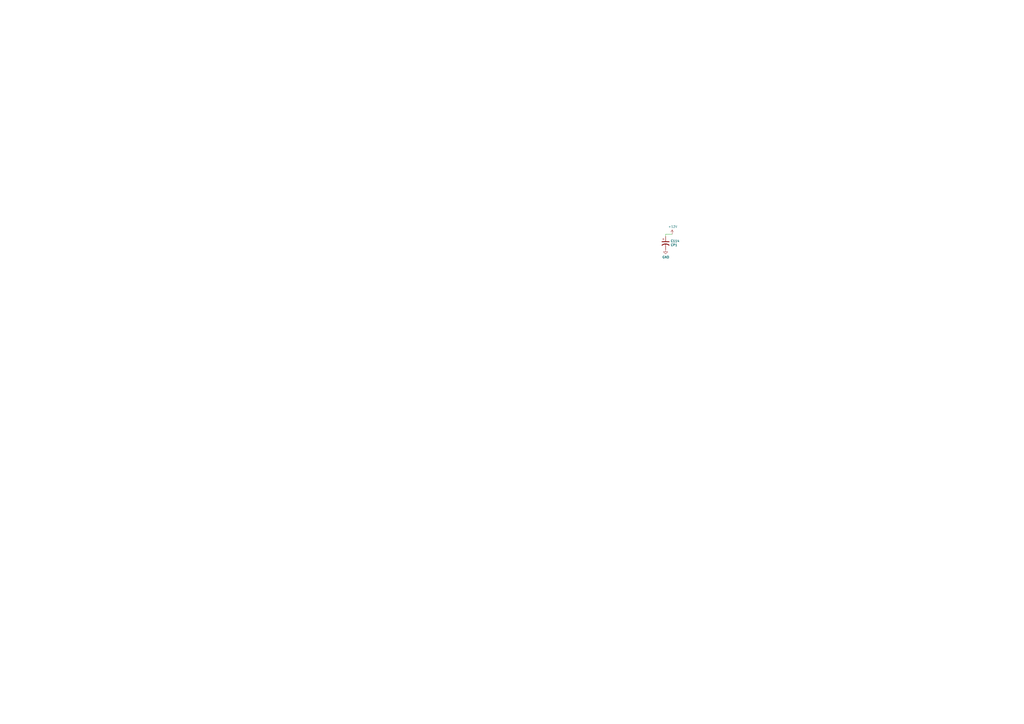
<source format=kicad_sch>
(kicad_sch (version 20200828) (generator eeschema)
  (page 1 2)
  (paper "A2")
  (lib_symbols
    (symbol "Device:CP1" (pin_numbers hide) (pin_names (offset 0.254) hide)
      (property "Reference" "C" (at 0.635 2.54 0))
      (property "Value" "CP1" (at 0.635 -2.54 0))
      (symbol "CP1_0_1"
        (arc (start -2.032 -1.27) (end 2.032 -1.27) (radius (at 0 -3.81) (length 3.2512) (angles 128.7 51.3)) (stroke (width 0.508)))
        (polyline (pts (xy -2.032 0.762) (xy 2.032 0.762)) (stroke (width 0.508)))
        (polyline (pts (xy -1.778 2.286) (xy -0.762 2.286)))
        (polyline (pts (xy -1.27 1.778) (xy -1.27 2.794)))
      )
      (symbol "CP1_1_1"
        (pin passive line (at 0 3.81 270) (length 2.794) (name "~") (number "1"))
        (pin passive line (at 0 -3.81 90) (length 3.302) (name "~") (number "2"))
      )
    )
    (symbol "power:+12V" (power) (pin_names (offset 0))
      (property "Value" "+12V" (at 0 3.556 0))
      (symbol "+12V_0_1"
        (polyline (pts (xy -0.762 1.27) (xy 0 2.54)))
        (polyline (pts (xy 0 0) (xy 0 2.54)))
        (polyline (pts (xy 0 2.54) (xy 0.762 1.27)))
      )
      (symbol "+12V_1_1"
        (pin power_in line (at 0 0 90) (length 0) hide (name "+12V") (number "1"))
      )
    )
    (symbol "power:GND" (power) (pin_names (offset 0))
      (property "Value" "GND" (at 0 -3.81 0))
      (symbol "GND_0_1"
        (polyline (pts (xy 0 0) (xy 0 -1.27) (xy 1.27 -1.27) (xy 0 -2.54) (xy -1.27 -1.27) (xy 0 -1.27)))
      )
      (symbol "GND_1_1"
        (pin power_in line (at 0 0 270) (length 0) hide (name "GND") (number "1"))
      )
    )
  )
  (wire (pts (xy 386.08 135.89) (xy 386.08 137.16)))
  (wire (pts (xy 389.89 135.89) (xy 386.08 135.89)))
  (symbol (lib_id "power:+12V") (at 389.89 135.89 0) (unit 1)
    (property "Reference" "#PWR0146" (effects hide))
    (property "Value" "+12V" (at 390.271 131.4958 0))
  )
  (symbol (lib_id "power:GND") (at 386.08 144.78 0) (unit 1)
    (property "Reference" "#PWR0153" (effects hide))
    (property "Value" "GND" (at 386.207 149.1742 0))
  )
  (symbol (lib_id "Device:CP1") (at 386.08 140.97 0) (unit 1)
    (property "Reference" "C114" (at 389.0011 139.8206 0) (effects (justify left)))
    (property "Value" "CP1" (at 389.0011 142.1193 0) (effects (justify left)))
    (property "Footprint" "Capacitor_SMD:C_Elec_10x10.2" (effects hide))
  )
)
</source>
